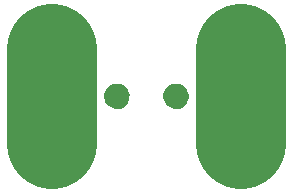
<source format=gbs>
%TF.GenerationSoftware,KiCad,Pcbnew,4.0.5-e0-6337~49~ubuntu16.04.1*%
%TF.CreationDate,2017-01-18T23:04:43-08:00*%
%TF.ProjectId,2x3-Speaker-TH-5mm-Pitch,3278332D537065616B65722D54482D35,1.0*%
%TF.FileFunction,Soldermask,Bot*%
%FSLAX46Y46*%
G04 Gerber Fmt 4.6, Leading zero omitted, Abs format (unit mm)*
G04 Created by KiCad (PCBNEW 4.0.5-e0-6337~49~ubuntu16.04.1) date Wed Jan 18 23:04:43 2017*
%MOMM*%
%LPD*%
G01*
G04 APERTURE LIST*
%ADD10C,0.350000*%
%ADD11C,7.600000*%
G04 APERTURE END LIST*
D10*
D11*
X130050000Y-94235000D02*
X130050000Y-102235000D01*
X146050000Y-94235000D02*
X146050000Y-102235000D01*
D10*
G36*
X130373110Y-99160847D02*
X130964055Y-99282151D01*
X131520198Y-99515932D01*
X132020334Y-99853278D01*
X132445421Y-100281343D01*
X132779266Y-100783821D01*
X133009156Y-101341576D01*
X133126264Y-101933014D01*
X133126264Y-101933024D01*
X133126331Y-101933363D01*
X133116710Y-102622416D01*
X133116633Y-102622754D01*
X133116633Y-102622762D01*
X132983057Y-103210701D01*
X132737685Y-103761816D01*
X132389937Y-104254778D01*
X131953062Y-104670809D01*
X131443700Y-104994061D01*
X130881254Y-105212219D01*
X130287147Y-105316976D01*
X129684003Y-105304342D01*
X129094800Y-105174797D01*
X128541982Y-104933277D01*
X128046607Y-104588982D01*
X127627537Y-104155023D01*
X127300738Y-103647930D01*
X127078656Y-103087014D01*
X126969755Y-102493658D01*
X126978177Y-101890441D01*
X127103606Y-101300347D01*
X127341259Y-100745858D01*
X127682091Y-100248088D01*
X128113112Y-99826000D01*
X128617913Y-99495668D01*
X129177259Y-99269677D01*
X129769845Y-99156636D01*
X130373110Y-99160847D01*
X130373110Y-99160847D01*
G37*
G36*
X146373110Y-99160847D02*
X146964055Y-99282151D01*
X147520198Y-99515932D01*
X148020334Y-99853278D01*
X148445421Y-100281343D01*
X148779266Y-100783821D01*
X149009156Y-101341576D01*
X149126264Y-101933014D01*
X149126264Y-101933024D01*
X149126331Y-101933363D01*
X149116710Y-102622416D01*
X149116633Y-102622754D01*
X149116633Y-102622762D01*
X148983057Y-103210701D01*
X148737685Y-103761816D01*
X148389937Y-104254778D01*
X147953062Y-104670809D01*
X147443700Y-104994061D01*
X146881254Y-105212219D01*
X146287147Y-105316976D01*
X145684003Y-105304342D01*
X145094800Y-105174797D01*
X144541982Y-104933277D01*
X144046607Y-104588982D01*
X143627537Y-104155023D01*
X143300738Y-103647930D01*
X143078656Y-103087014D01*
X142969755Y-102493658D01*
X142978177Y-101890441D01*
X143103606Y-101300347D01*
X143341259Y-100745858D01*
X143682091Y-100248088D01*
X144113112Y-99826000D01*
X144617913Y-99495668D01*
X145177259Y-99269677D01*
X145769845Y-99156636D01*
X146373110Y-99160847D01*
X146373110Y-99160847D01*
G37*
G36*
X135663042Y-97159515D02*
X135869777Y-97201952D01*
X136064347Y-97283741D01*
X136239318Y-97401761D01*
X136388033Y-97551518D01*
X136504827Y-97727308D01*
X136585253Y-97922436D01*
X136626178Y-98129124D01*
X136626178Y-98129129D01*
X136626246Y-98129473D01*
X136622880Y-98370536D01*
X136622803Y-98370874D01*
X136622803Y-98370883D01*
X136576122Y-98576349D01*
X136490281Y-98769152D01*
X136368621Y-98941615D01*
X136215782Y-99087162D01*
X136037584Y-99200250D01*
X135840810Y-99276573D01*
X135632967Y-99313222D01*
X135421957Y-99308802D01*
X135215825Y-99263481D01*
X135022422Y-99178985D01*
X134849119Y-99058536D01*
X134702508Y-98906717D01*
X134588178Y-98729310D01*
X134510481Y-98533072D01*
X134472384Y-98325492D01*
X134475330Y-98114458D01*
X134519211Y-97908013D01*
X134602353Y-97714028D01*
X134721593Y-97539883D01*
X134872384Y-97392217D01*
X135048988Y-97276651D01*
X135244675Y-97197588D01*
X135451987Y-97158042D01*
X135663042Y-97159515D01*
X135663042Y-97159515D01*
G37*
G36*
X140663042Y-97159515D02*
X140869777Y-97201952D01*
X141064347Y-97283741D01*
X141239318Y-97401761D01*
X141388033Y-97551518D01*
X141504827Y-97727308D01*
X141585253Y-97922436D01*
X141626178Y-98129124D01*
X141626178Y-98129129D01*
X141626246Y-98129473D01*
X141622880Y-98370536D01*
X141622803Y-98370874D01*
X141622803Y-98370883D01*
X141576122Y-98576349D01*
X141490281Y-98769152D01*
X141368621Y-98941615D01*
X141215782Y-99087162D01*
X141037584Y-99200250D01*
X140840810Y-99276573D01*
X140632967Y-99313222D01*
X140421957Y-99308802D01*
X140215825Y-99263481D01*
X140022422Y-99178985D01*
X139849119Y-99058536D01*
X139702508Y-98906717D01*
X139588178Y-98729310D01*
X139510481Y-98533072D01*
X139472384Y-98325492D01*
X139475330Y-98114458D01*
X139519211Y-97908013D01*
X139602353Y-97714028D01*
X139721593Y-97539883D01*
X139872384Y-97392217D01*
X140048988Y-97276651D01*
X140244675Y-97197588D01*
X140451987Y-97158042D01*
X140663042Y-97159515D01*
X140663042Y-97159515D01*
G37*
G36*
X130373110Y-91160847D02*
X130964055Y-91282151D01*
X131520198Y-91515932D01*
X132020334Y-91853278D01*
X132445421Y-92281343D01*
X132779266Y-92783821D01*
X133009156Y-93341576D01*
X133126264Y-93933014D01*
X133126264Y-93933024D01*
X133126331Y-93933363D01*
X133116710Y-94622416D01*
X133116633Y-94622754D01*
X133116633Y-94622762D01*
X132983057Y-95210701D01*
X132737685Y-95761816D01*
X132389937Y-96254778D01*
X131953062Y-96670809D01*
X131443700Y-96994061D01*
X130881254Y-97212219D01*
X130287147Y-97316976D01*
X129684003Y-97304342D01*
X129094800Y-97174797D01*
X128541982Y-96933277D01*
X128046607Y-96588982D01*
X127627537Y-96155023D01*
X127300738Y-95647930D01*
X127078656Y-95087014D01*
X126969755Y-94493658D01*
X126978177Y-93890441D01*
X127103606Y-93300347D01*
X127341259Y-92745858D01*
X127682091Y-92248088D01*
X128113112Y-91826000D01*
X128617913Y-91495668D01*
X129177259Y-91269677D01*
X129769845Y-91156636D01*
X130373110Y-91160847D01*
X130373110Y-91160847D01*
G37*
G36*
X146373110Y-91160847D02*
X146964055Y-91282151D01*
X147520198Y-91515932D01*
X148020334Y-91853278D01*
X148445421Y-92281343D01*
X148779266Y-92783821D01*
X149009156Y-93341576D01*
X149126264Y-93933014D01*
X149126264Y-93933024D01*
X149126331Y-93933363D01*
X149116710Y-94622416D01*
X149116633Y-94622754D01*
X149116633Y-94622762D01*
X148983057Y-95210701D01*
X148737685Y-95761816D01*
X148389937Y-96254778D01*
X147953062Y-96670809D01*
X147443700Y-96994061D01*
X146881254Y-97212219D01*
X146287147Y-97316976D01*
X145684003Y-97304342D01*
X145094800Y-97174797D01*
X144541982Y-96933277D01*
X144046607Y-96588982D01*
X143627537Y-96155023D01*
X143300738Y-95647930D01*
X143078656Y-95087014D01*
X142969755Y-94493658D01*
X142978177Y-93890441D01*
X143103606Y-93300347D01*
X143341259Y-92745858D01*
X143682091Y-92248088D01*
X144113112Y-91826000D01*
X144617913Y-91495668D01*
X145177259Y-91269677D01*
X145769845Y-91156636D01*
X146373110Y-91160847D01*
X146373110Y-91160847D01*
G37*
M02*

</source>
